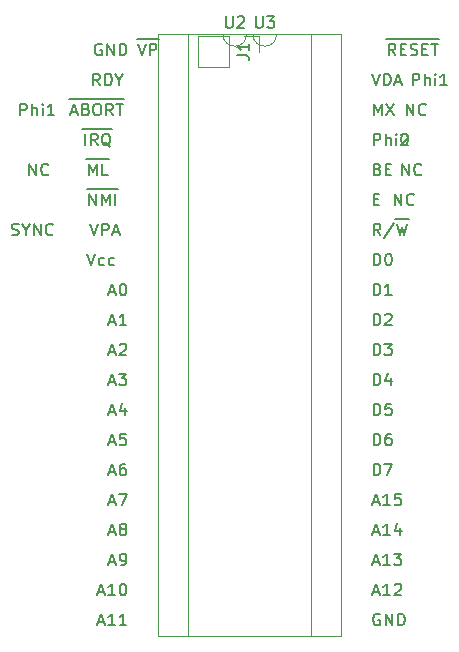
<source format=gbr>
G04 #@! TF.GenerationSoftware,KiCad,Pcbnew,(5.1.2)-1*
G04 #@! TF.CreationDate,2020-03-13T04:35:35-04:00*
G04 #@! TF.ProjectId,6502-65816,36353032-2d36-4353-9831-362e6b696361,rev?*
G04 #@! TF.SameCoordinates,Original*
G04 #@! TF.FileFunction,Legend,Top*
G04 #@! TF.FilePolarity,Positive*
%FSLAX46Y46*%
G04 Gerber Fmt 4.6, Leading zero omitted, Abs format (unit mm)*
G04 Created by KiCad (PCBNEW (5.1.2)-1) date 2020-03-13 04:35:35*
%MOMM*%
%LPD*%
G04 APERTURE LIST*
%ADD10C,0.120000*%
%ADD11C,0.150000*%
G04 APERTURE END LIST*
D10*
X87360000Y-49470000D02*
G75*
G02X85360000Y-49470000I-1000000J0D01*
G01*
X85360000Y-49470000D02*
X79900000Y-49470000D01*
X79900000Y-49470000D02*
X79900000Y-100390000D01*
X79900000Y-100390000D02*
X92820000Y-100390000D01*
X92820000Y-100390000D02*
X92820000Y-49470000D01*
X92820000Y-49470000D02*
X87360000Y-49470000D01*
X89900000Y-49470000D02*
G75*
G02X87900000Y-49470000I-1000000J0D01*
G01*
X87900000Y-49470000D02*
X82440000Y-49470000D01*
X82440000Y-49470000D02*
X82440000Y-100390000D01*
X82440000Y-100390000D02*
X95360000Y-100390000D01*
X95360000Y-100390000D02*
X95360000Y-49470000D01*
X95360000Y-49470000D02*
X89900000Y-49470000D01*
X83252000Y-49597000D02*
X83252000Y-52257000D01*
X85852000Y-49597000D02*
X83252000Y-49597000D01*
X85852000Y-52257000D02*
X83252000Y-52257000D01*
X85852000Y-49597000D02*
X85852000Y-52257000D01*
X87122000Y-49597000D02*
X88452000Y-49597000D01*
X88452000Y-49597000D02*
X88452000Y-50927000D01*
D11*
X85598095Y-47922380D02*
X85598095Y-48731904D01*
X85645714Y-48827142D01*
X85693333Y-48874761D01*
X85788571Y-48922380D01*
X85979047Y-48922380D01*
X86074285Y-48874761D01*
X86121904Y-48827142D01*
X86169523Y-48731904D01*
X86169523Y-47922380D01*
X86598095Y-48017619D02*
X86645714Y-47970000D01*
X86740952Y-47922380D01*
X86979047Y-47922380D01*
X87074285Y-47970000D01*
X87121904Y-48017619D01*
X87169523Y-48112857D01*
X87169523Y-48208095D01*
X87121904Y-48350952D01*
X86550476Y-48922380D01*
X87169523Y-48922380D01*
X75086785Y-50300000D02*
X74991547Y-50252380D01*
X74848690Y-50252380D01*
X74705833Y-50300000D01*
X74610595Y-50395238D01*
X74562976Y-50490476D01*
X74515357Y-50680952D01*
X74515357Y-50823809D01*
X74562976Y-51014285D01*
X74610595Y-51109523D01*
X74705833Y-51204761D01*
X74848690Y-51252380D01*
X74943928Y-51252380D01*
X75086785Y-51204761D01*
X75134404Y-51157142D01*
X75134404Y-50823809D01*
X74943928Y-50823809D01*
X75562976Y-51252380D02*
X75562976Y-50252380D01*
X76134404Y-51252380D01*
X76134404Y-50252380D01*
X76610595Y-51252380D02*
X76610595Y-50252380D01*
X76848690Y-50252380D01*
X76991547Y-50300000D01*
X77086785Y-50395238D01*
X77134404Y-50490476D01*
X77182023Y-50680952D01*
X77182023Y-50823809D01*
X77134404Y-51014285D01*
X77086785Y-51109523D01*
X76991547Y-51204761D01*
X76848690Y-51252380D01*
X76610595Y-51252380D01*
X74943880Y-53792380D02*
X74610547Y-53316190D01*
X74372452Y-53792380D02*
X74372452Y-52792380D01*
X74753404Y-52792380D01*
X74848642Y-52840000D01*
X74896261Y-52887619D01*
X74943880Y-52982857D01*
X74943880Y-53125714D01*
X74896261Y-53220952D01*
X74848642Y-53268571D01*
X74753404Y-53316190D01*
X74372452Y-53316190D01*
X75372452Y-53792380D02*
X75372452Y-52792380D01*
X75610547Y-52792380D01*
X75753404Y-52840000D01*
X75848642Y-52935238D01*
X75896261Y-53030476D01*
X75943880Y-53220952D01*
X75943880Y-53363809D01*
X75896261Y-53554285D01*
X75848642Y-53649523D01*
X75753404Y-53744761D01*
X75610547Y-53792380D01*
X75372452Y-53792380D01*
X76562928Y-53316190D02*
X76562928Y-53792380D01*
X76229595Y-52792380D02*
X76562928Y-53316190D01*
X76896261Y-52792380D01*
X68181261Y-56332380D02*
X68181261Y-55332380D01*
X68562214Y-55332380D01*
X68657452Y-55380000D01*
X68705071Y-55427619D01*
X68752690Y-55522857D01*
X68752690Y-55665714D01*
X68705071Y-55760952D01*
X68657452Y-55808571D01*
X68562214Y-55856190D01*
X68181261Y-55856190D01*
X69181261Y-56332380D02*
X69181261Y-55332380D01*
X69609833Y-56332380D02*
X69609833Y-55808571D01*
X69562214Y-55713333D01*
X69466976Y-55665714D01*
X69324119Y-55665714D01*
X69228880Y-55713333D01*
X69181261Y-55760952D01*
X70086023Y-56332380D02*
X70086023Y-55665714D01*
X70086023Y-55332380D02*
X70038404Y-55380000D01*
X70086023Y-55427619D01*
X70133642Y-55380000D01*
X70086023Y-55332380D01*
X70086023Y-55427619D01*
X71086023Y-56332380D02*
X70514595Y-56332380D01*
X70800309Y-56332380D02*
X70800309Y-55332380D01*
X70705071Y-55475238D01*
X70609833Y-55570476D01*
X70514595Y-55618095D01*
X73451690Y-57505000D02*
X73927880Y-57505000D01*
X73689785Y-58872380D02*
X73689785Y-57872380D01*
X73927880Y-57505000D02*
X74927880Y-57505000D01*
X74737404Y-58872380D02*
X74404071Y-58396190D01*
X74165976Y-58872380D02*
X74165976Y-57872380D01*
X74546928Y-57872380D01*
X74642166Y-57920000D01*
X74689785Y-57967619D01*
X74737404Y-58062857D01*
X74737404Y-58205714D01*
X74689785Y-58300952D01*
X74642166Y-58348571D01*
X74546928Y-58396190D01*
X74165976Y-58396190D01*
X74927880Y-57505000D02*
X75975500Y-57505000D01*
X75832642Y-58967619D02*
X75737404Y-58920000D01*
X75642166Y-58824761D01*
X75499309Y-58681904D01*
X75404071Y-58634285D01*
X75308833Y-58634285D01*
X75356452Y-58872380D02*
X75261214Y-58824761D01*
X75165976Y-58729523D01*
X75118357Y-58539047D01*
X75118357Y-58205714D01*
X75165976Y-58015238D01*
X75261214Y-57920000D01*
X75356452Y-57872380D01*
X75546928Y-57872380D01*
X75642166Y-57920000D01*
X75737404Y-58015238D01*
X75785023Y-58205714D01*
X75785023Y-58539047D01*
X75737404Y-58729523D01*
X75642166Y-58824761D01*
X75546928Y-58872380D01*
X75356452Y-58872380D01*
X68958976Y-61412380D02*
X68958976Y-60412380D01*
X69530404Y-61412380D01*
X69530404Y-60412380D01*
X70578023Y-61317142D02*
X70530404Y-61364761D01*
X70387547Y-61412380D01*
X70292309Y-61412380D01*
X70149452Y-61364761D01*
X70054214Y-61269523D01*
X70006595Y-61174285D01*
X69958976Y-60983809D01*
X69958976Y-60840952D01*
X70006595Y-60650476D01*
X70054214Y-60555238D01*
X70149452Y-60460000D01*
X70292309Y-60412380D01*
X70387547Y-60412380D01*
X70530404Y-60460000D01*
X70578023Y-60507619D01*
X73816833Y-62585000D02*
X74864452Y-62585000D01*
X74054928Y-63952380D02*
X74054928Y-62952380D01*
X74626357Y-63952380D01*
X74626357Y-62952380D01*
X74864452Y-62585000D02*
X76007309Y-62585000D01*
X75102547Y-63952380D02*
X75102547Y-62952380D01*
X75435880Y-63666666D01*
X75769214Y-62952380D01*
X75769214Y-63952380D01*
X76007309Y-62585000D02*
X76483500Y-62585000D01*
X76245404Y-63952380D02*
X76245404Y-62952380D01*
X67482833Y-66444761D02*
X67625690Y-66492380D01*
X67863785Y-66492380D01*
X67959023Y-66444761D01*
X68006642Y-66397142D01*
X68054261Y-66301904D01*
X68054261Y-66206666D01*
X68006642Y-66111428D01*
X67959023Y-66063809D01*
X67863785Y-66016190D01*
X67673309Y-65968571D01*
X67578071Y-65920952D01*
X67530452Y-65873333D01*
X67482833Y-65778095D01*
X67482833Y-65682857D01*
X67530452Y-65587619D01*
X67578071Y-65540000D01*
X67673309Y-65492380D01*
X67911404Y-65492380D01*
X68054261Y-65540000D01*
X68673309Y-66016190D02*
X68673309Y-66492380D01*
X68339976Y-65492380D02*
X68673309Y-66016190D01*
X69006642Y-65492380D01*
X69339976Y-66492380D02*
X69339976Y-65492380D01*
X69911404Y-66492380D01*
X69911404Y-65492380D01*
X70959023Y-66397142D02*
X70911404Y-66444761D01*
X70768547Y-66492380D01*
X70673309Y-66492380D01*
X70530452Y-66444761D01*
X70435214Y-66349523D01*
X70387595Y-66254285D01*
X70339976Y-66063809D01*
X70339976Y-65920952D01*
X70387595Y-65730476D01*
X70435214Y-65635238D01*
X70530452Y-65540000D01*
X70673309Y-65492380D01*
X70768547Y-65492380D01*
X70911404Y-65540000D01*
X70959023Y-65587619D01*
X73880309Y-68032380D02*
X74213642Y-69032380D01*
X74546976Y-68032380D01*
X75308880Y-68984761D02*
X75213642Y-69032380D01*
X75023166Y-69032380D01*
X74927928Y-68984761D01*
X74880309Y-68937142D01*
X74832690Y-68841904D01*
X74832690Y-68556190D01*
X74880309Y-68460952D01*
X74927928Y-68413333D01*
X75023166Y-68365714D01*
X75213642Y-68365714D01*
X75308880Y-68413333D01*
X76166023Y-68984761D02*
X76070785Y-69032380D01*
X75880309Y-69032380D01*
X75785071Y-68984761D01*
X75737452Y-68937142D01*
X75689833Y-68841904D01*
X75689833Y-68556190D01*
X75737452Y-68460952D01*
X75785071Y-68413333D01*
X75880309Y-68365714D01*
X76070785Y-68365714D01*
X76166023Y-68413333D01*
X75753452Y-71286666D02*
X76229642Y-71286666D01*
X75658214Y-71572380D02*
X75991547Y-70572380D01*
X76324880Y-71572380D01*
X76848690Y-70572380D02*
X76943928Y-70572380D01*
X77039166Y-70620000D01*
X77086785Y-70667619D01*
X77134404Y-70762857D01*
X77182023Y-70953333D01*
X77182023Y-71191428D01*
X77134404Y-71381904D01*
X77086785Y-71477142D01*
X77039166Y-71524761D01*
X76943928Y-71572380D01*
X76848690Y-71572380D01*
X76753452Y-71524761D01*
X76705833Y-71477142D01*
X76658214Y-71381904D01*
X76610595Y-71191428D01*
X76610595Y-70953333D01*
X76658214Y-70762857D01*
X76705833Y-70667619D01*
X76753452Y-70620000D01*
X76848690Y-70572380D01*
X75753452Y-73826666D02*
X76229642Y-73826666D01*
X75658214Y-74112380D02*
X75991547Y-73112380D01*
X76324880Y-74112380D01*
X77182023Y-74112380D02*
X76610595Y-74112380D01*
X76896309Y-74112380D02*
X76896309Y-73112380D01*
X76801071Y-73255238D01*
X76705833Y-73350476D01*
X76610595Y-73398095D01*
X75753452Y-76366666D02*
X76229642Y-76366666D01*
X75658214Y-76652380D02*
X75991547Y-75652380D01*
X76324880Y-76652380D01*
X76610595Y-75747619D02*
X76658214Y-75700000D01*
X76753452Y-75652380D01*
X76991547Y-75652380D01*
X77086785Y-75700000D01*
X77134404Y-75747619D01*
X77182023Y-75842857D01*
X77182023Y-75938095D01*
X77134404Y-76080952D01*
X76562976Y-76652380D01*
X77182023Y-76652380D01*
X75753452Y-78906666D02*
X76229642Y-78906666D01*
X75658214Y-79192380D02*
X75991547Y-78192380D01*
X76324880Y-79192380D01*
X76562976Y-78192380D02*
X77182023Y-78192380D01*
X76848690Y-78573333D01*
X76991547Y-78573333D01*
X77086785Y-78620952D01*
X77134404Y-78668571D01*
X77182023Y-78763809D01*
X77182023Y-79001904D01*
X77134404Y-79097142D01*
X77086785Y-79144761D01*
X76991547Y-79192380D01*
X76705833Y-79192380D01*
X76610595Y-79144761D01*
X76562976Y-79097142D01*
X75753452Y-81446666D02*
X76229642Y-81446666D01*
X75658214Y-81732380D02*
X75991547Y-80732380D01*
X76324880Y-81732380D01*
X77086785Y-81065714D02*
X77086785Y-81732380D01*
X76848690Y-80684761D02*
X76610595Y-81399047D01*
X77229642Y-81399047D01*
X75753452Y-83986666D02*
X76229642Y-83986666D01*
X75658214Y-84272380D02*
X75991547Y-83272380D01*
X76324880Y-84272380D01*
X77134404Y-83272380D02*
X76658214Y-83272380D01*
X76610595Y-83748571D01*
X76658214Y-83700952D01*
X76753452Y-83653333D01*
X76991547Y-83653333D01*
X77086785Y-83700952D01*
X77134404Y-83748571D01*
X77182023Y-83843809D01*
X77182023Y-84081904D01*
X77134404Y-84177142D01*
X77086785Y-84224761D01*
X76991547Y-84272380D01*
X76753452Y-84272380D01*
X76658214Y-84224761D01*
X76610595Y-84177142D01*
X75753452Y-86526666D02*
X76229642Y-86526666D01*
X75658214Y-86812380D02*
X75991547Y-85812380D01*
X76324880Y-86812380D01*
X77086785Y-85812380D02*
X76896309Y-85812380D01*
X76801071Y-85860000D01*
X76753452Y-85907619D01*
X76658214Y-86050476D01*
X76610595Y-86240952D01*
X76610595Y-86621904D01*
X76658214Y-86717142D01*
X76705833Y-86764761D01*
X76801071Y-86812380D01*
X76991547Y-86812380D01*
X77086785Y-86764761D01*
X77134404Y-86717142D01*
X77182023Y-86621904D01*
X77182023Y-86383809D01*
X77134404Y-86288571D01*
X77086785Y-86240952D01*
X76991547Y-86193333D01*
X76801071Y-86193333D01*
X76705833Y-86240952D01*
X76658214Y-86288571D01*
X76610595Y-86383809D01*
X75753452Y-89066666D02*
X76229642Y-89066666D01*
X75658214Y-89352380D02*
X75991547Y-88352380D01*
X76324880Y-89352380D01*
X76562976Y-88352380D02*
X77229642Y-88352380D01*
X76801071Y-89352380D01*
X75753452Y-91606666D02*
X76229642Y-91606666D01*
X75658214Y-91892380D02*
X75991547Y-90892380D01*
X76324880Y-91892380D01*
X76801071Y-91320952D02*
X76705833Y-91273333D01*
X76658214Y-91225714D01*
X76610595Y-91130476D01*
X76610595Y-91082857D01*
X76658214Y-90987619D01*
X76705833Y-90940000D01*
X76801071Y-90892380D01*
X76991547Y-90892380D01*
X77086785Y-90940000D01*
X77134404Y-90987619D01*
X77182023Y-91082857D01*
X77182023Y-91130476D01*
X77134404Y-91225714D01*
X77086785Y-91273333D01*
X76991547Y-91320952D01*
X76801071Y-91320952D01*
X76705833Y-91368571D01*
X76658214Y-91416190D01*
X76610595Y-91511428D01*
X76610595Y-91701904D01*
X76658214Y-91797142D01*
X76705833Y-91844761D01*
X76801071Y-91892380D01*
X76991547Y-91892380D01*
X77086785Y-91844761D01*
X77134404Y-91797142D01*
X77182023Y-91701904D01*
X77182023Y-91511428D01*
X77134404Y-91416190D01*
X77086785Y-91368571D01*
X76991547Y-91320952D01*
X75753452Y-94146666D02*
X76229642Y-94146666D01*
X75658214Y-94432380D02*
X75991547Y-93432380D01*
X76324880Y-94432380D01*
X76705833Y-94432380D02*
X76896309Y-94432380D01*
X76991547Y-94384761D01*
X77039166Y-94337142D01*
X77134404Y-94194285D01*
X77182023Y-94003809D01*
X77182023Y-93622857D01*
X77134404Y-93527619D01*
X77086785Y-93480000D01*
X76991547Y-93432380D01*
X76801071Y-93432380D01*
X76705833Y-93480000D01*
X76658214Y-93527619D01*
X76610595Y-93622857D01*
X76610595Y-93860952D01*
X76658214Y-93956190D01*
X76705833Y-94003809D01*
X76801071Y-94051428D01*
X76991547Y-94051428D01*
X77086785Y-94003809D01*
X77134404Y-93956190D01*
X77182023Y-93860952D01*
X74801071Y-96686666D02*
X75277261Y-96686666D01*
X74705833Y-96972380D02*
X75039166Y-95972380D01*
X75372500Y-96972380D01*
X76229642Y-96972380D02*
X75658214Y-96972380D01*
X75943928Y-96972380D02*
X75943928Y-95972380D01*
X75848690Y-96115238D01*
X75753452Y-96210476D01*
X75658214Y-96258095D01*
X76848690Y-95972380D02*
X76943928Y-95972380D01*
X77039166Y-96020000D01*
X77086785Y-96067619D01*
X77134404Y-96162857D01*
X77182023Y-96353333D01*
X77182023Y-96591428D01*
X77134404Y-96781904D01*
X77086785Y-96877142D01*
X77039166Y-96924761D01*
X76943928Y-96972380D01*
X76848690Y-96972380D01*
X76753452Y-96924761D01*
X76705833Y-96877142D01*
X76658214Y-96781904D01*
X76610595Y-96591428D01*
X76610595Y-96353333D01*
X76658214Y-96162857D01*
X76705833Y-96067619D01*
X76753452Y-96020000D01*
X76848690Y-95972380D01*
X74801071Y-99226666D02*
X75277261Y-99226666D01*
X74705833Y-99512380D02*
X75039166Y-98512380D01*
X75372500Y-99512380D01*
X76229642Y-99512380D02*
X75658214Y-99512380D01*
X75943928Y-99512380D02*
X75943928Y-98512380D01*
X75848690Y-98655238D01*
X75753452Y-98750476D01*
X75658214Y-98798095D01*
X77182023Y-99512380D02*
X76610595Y-99512380D01*
X76896309Y-99512380D02*
X76896309Y-98512380D01*
X76801071Y-98655238D01*
X76705833Y-98750476D01*
X76610595Y-98798095D01*
X98649404Y-98560000D02*
X98554166Y-98512380D01*
X98411309Y-98512380D01*
X98268452Y-98560000D01*
X98173214Y-98655238D01*
X98125595Y-98750476D01*
X98077976Y-98940952D01*
X98077976Y-99083809D01*
X98125595Y-99274285D01*
X98173214Y-99369523D01*
X98268452Y-99464761D01*
X98411309Y-99512380D01*
X98506547Y-99512380D01*
X98649404Y-99464761D01*
X98697023Y-99417142D01*
X98697023Y-99083809D01*
X98506547Y-99083809D01*
X99125595Y-99512380D02*
X99125595Y-98512380D01*
X99697023Y-99512380D01*
X99697023Y-98512380D01*
X100173214Y-99512380D02*
X100173214Y-98512380D01*
X100411309Y-98512380D01*
X100554166Y-98560000D01*
X100649404Y-98655238D01*
X100697023Y-98750476D01*
X100744642Y-98940952D01*
X100744642Y-99083809D01*
X100697023Y-99274285D01*
X100649404Y-99369523D01*
X100554166Y-99464761D01*
X100411309Y-99512380D01*
X100173214Y-99512380D01*
X98077976Y-96686666D02*
X98554166Y-96686666D01*
X97982738Y-96972380D02*
X98316071Y-95972380D01*
X98649404Y-96972380D01*
X99506547Y-96972380D02*
X98935119Y-96972380D01*
X99220833Y-96972380D02*
X99220833Y-95972380D01*
X99125595Y-96115238D01*
X99030357Y-96210476D01*
X98935119Y-96258095D01*
X99887500Y-96067619D02*
X99935119Y-96020000D01*
X100030357Y-95972380D01*
X100268452Y-95972380D01*
X100363690Y-96020000D01*
X100411309Y-96067619D01*
X100458928Y-96162857D01*
X100458928Y-96258095D01*
X100411309Y-96400952D01*
X99839880Y-96972380D01*
X100458928Y-96972380D01*
X98077976Y-94146666D02*
X98554166Y-94146666D01*
X97982738Y-94432380D02*
X98316071Y-93432380D01*
X98649404Y-94432380D01*
X99506547Y-94432380D02*
X98935119Y-94432380D01*
X99220833Y-94432380D02*
X99220833Y-93432380D01*
X99125595Y-93575238D01*
X99030357Y-93670476D01*
X98935119Y-93718095D01*
X99839880Y-93432380D02*
X100458928Y-93432380D01*
X100125595Y-93813333D01*
X100268452Y-93813333D01*
X100363690Y-93860952D01*
X100411309Y-93908571D01*
X100458928Y-94003809D01*
X100458928Y-94241904D01*
X100411309Y-94337142D01*
X100363690Y-94384761D01*
X100268452Y-94432380D01*
X99982738Y-94432380D01*
X99887500Y-94384761D01*
X99839880Y-94337142D01*
X98077976Y-91606666D02*
X98554166Y-91606666D01*
X97982738Y-91892380D02*
X98316071Y-90892380D01*
X98649404Y-91892380D01*
X99506547Y-91892380D02*
X98935119Y-91892380D01*
X99220833Y-91892380D02*
X99220833Y-90892380D01*
X99125595Y-91035238D01*
X99030357Y-91130476D01*
X98935119Y-91178095D01*
X100363690Y-91225714D02*
X100363690Y-91892380D01*
X100125595Y-90844761D02*
X99887500Y-91559047D01*
X100506547Y-91559047D01*
X98077976Y-89066666D02*
X98554166Y-89066666D01*
X97982738Y-89352380D02*
X98316071Y-88352380D01*
X98649404Y-89352380D01*
X99506547Y-89352380D02*
X98935119Y-89352380D01*
X99220833Y-89352380D02*
X99220833Y-88352380D01*
X99125595Y-88495238D01*
X99030357Y-88590476D01*
X98935119Y-88638095D01*
X100411309Y-88352380D02*
X99935119Y-88352380D01*
X99887500Y-88828571D01*
X99935119Y-88780952D01*
X100030357Y-88733333D01*
X100268452Y-88733333D01*
X100363690Y-88780952D01*
X100411309Y-88828571D01*
X100458928Y-88923809D01*
X100458928Y-89161904D01*
X100411309Y-89257142D01*
X100363690Y-89304761D01*
X100268452Y-89352380D01*
X100030357Y-89352380D01*
X99935119Y-89304761D01*
X99887500Y-89257142D01*
X98125595Y-86812380D02*
X98125595Y-85812380D01*
X98363690Y-85812380D01*
X98506547Y-85860000D01*
X98601785Y-85955238D01*
X98649404Y-86050476D01*
X98697023Y-86240952D01*
X98697023Y-86383809D01*
X98649404Y-86574285D01*
X98601785Y-86669523D01*
X98506547Y-86764761D01*
X98363690Y-86812380D01*
X98125595Y-86812380D01*
X99030357Y-85812380D02*
X99697023Y-85812380D01*
X99268452Y-86812380D01*
X98125595Y-84272380D02*
X98125595Y-83272380D01*
X98363690Y-83272380D01*
X98506547Y-83320000D01*
X98601785Y-83415238D01*
X98649404Y-83510476D01*
X98697023Y-83700952D01*
X98697023Y-83843809D01*
X98649404Y-84034285D01*
X98601785Y-84129523D01*
X98506547Y-84224761D01*
X98363690Y-84272380D01*
X98125595Y-84272380D01*
X99554166Y-83272380D02*
X99363690Y-83272380D01*
X99268452Y-83320000D01*
X99220833Y-83367619D01*
X99125595Y-83510476D01*
X99077976Y-83700952D01*
X99077976Y-84081904D01*
X99125595Y-84177142D01*
X99173214Y-84224761D01*
X99268452Y-84272380D01*
X99458928Y-84272380D01*
X99554166Y-84224761D01*
X99601785Y-84177142D01*
X99649404Y-84081904D01*
X99649404Y-83843809D01*
X99601785Y-83748571D01*
X99554166Y-83700952D01*
X99458928Y-83653333D01*
X99268452Y-83653333D01*
X99173214Y-83700952D01*
X99125595Y-83748571D01*
X99077976Y-83843809D01*
X98125595Y-81732380D02*
X98125595Y-80732380D01*
X98363690Y-80732380D01*
X98506547Y-80780000D01*
X98601785Y-80875238D01*
X98649404Y-80970476D01*
X98697023Y-81160952D01*
X98697023Y-81303809D01*
X98649404Y-81494285D01*
X98601785Y-81589523D01*
X98506547Y-81684761D01*
X98363690Y-81732380D01*
X98125595Y-81732380D01*
X99601785Y-80732380D02*
X99125595Y-80732380D01*
X99077976Y-81208571D01*
X99125595Y-81160952D01*
X99220833Y-81113333D01*
X99458928Y-81113333D01*
X99554166Y-81160952D01*
X99601785Y-81208571D01*
X99649404Y-81303809D01*
X99649404Y-81541904D01*
X99601785Y-81637142D01*
X99554166Y-81684761D01*
X99458928Y-81732380D01*
X99220833Y-81732380D01*
X99125595Y-81684761D01*
X99077976Y-81637142D01*
X98125595Y-79192380D02*
X98125595Y-78192380D01*
X98363690Y-78192380D01*
X98506547Y-78240000D01*
X98601785Y-78335238D01*
X98649404Y-78430476D01*
X98697023Y-78620952D01*
X98697023Y-78763809D01*
X98649404Y-78954285D01*
X98601785Y-79049523D01*
X98506547Y-79144761D01*
X98363690Y-79192380D01*
X98125595Y-79192380D01*
X99554166Y-78525714D02*
X99554166Y-79192380D01*
X99316071Y-78144761D02*
X99077976Y-78859047D01*
X99697023Y-78859047D01*
X98125595Y-76652380D02*
X98125595Y-75652380D01*
X98363690Y-75652380D01*
X98506547Y-75700000D01*
X98601785Y-75795238D01*
X98649404Y-75890476D01*
X98697023Y-76080952D01*
X98697023Y-76223809D01*
X98649404Y-76414285D01*
X98601785Y-76509523D01*
X98506547Y-76604761D01*
X98363690Y-76652380D01*
X98125595Y-76652380D01*
X99030357Y-75652380D02*
X99649404Y-75652380D01*
X99316071Y-76033333D01*
X99458928Y-76033333D01*
X99554166Y-76080952D01*
X99601785Y-76128571D01*
X99649404Y-76223809D01*
X99649404Y-76461904D01*
X99601785Y-76557142D01*
X99554166Y-76604761D01*
X99458928Y-76652380D01*
X99173214Y-76652380D01*
X99077976Y-76604761D01*
X99030357Y-76557142D01*
X98125595Y-74112380D02*
X98125595Y-73112380D01*
X98363690Y-73112380D01*
X98506547Y-73160000D01*
X98601785Y-73255238D01*
X98649404Y-73350476D01*
X98697023Y-73540952D01*
X98697023Y-73683809D01*
X98649404Y-73874285D01*
X98601785Y-73969523D01*
X98506547Y-74064761D01*
X98363690Y-74112380D01*
X98125595Y-74112380D01*
X99077976Y-73207619D02*
X99125595Y-73160000D01*
X99220833Y-73112380D01*
X99458928Y-73112380D01*
X99554166Y-73160000D01*
X99601785Y-73207619D01*
X99649404Y-73302857D01*
X99649404Y-73398095D01*
X99601785Y-73540952D01*
X99030357Y-74112380D01*
X99649404Y-74112380D01*
X98125595Y-71572380D02*
X98125595Y-70572380D01*
X98363690Y-70572380D01*
X98506547Y-70620000D01*
X98601785Y-70715238D01*
X98649404Y-70810476D01*
X98697023Y-71000952D01*
X98697023Y-71143809D01*
X98649404Y-71334285D01*
X98601785Y-71429523D01*
X98506547Y-71524761D01*
X98363690Y-71572380D01*
X98125595Y-71572380D01*
X99649404Y-71572380D02*
X99077976Y-71572380D01*
X99363690Y-71572380D02*
X99363690Y-70572380D01*
X99268452Y-70715238D01*
X99173214Y-70810476D01*
X99077976Y-70858095D01*
X98125595Y-69032380D02*
X98125595Y-68032380D01*
X98363690Y-68032380D01*
X98506547Y-68080000D01*
X98601785Y-68175238D01*
X98649404Y-68270476D01*
X98697023Y-68460952D01*
X98697023Y-68603809D01*
X98649404Y-68794285D01*
X98601785Y-68889523D01*
X98506547Y-68984761D01*
X98363690Y-69032380D01*
X98125595Y-69032380D01*
X99316071Y-68032380D02*
X99411309Y-68032380D01*
X99506547Y-68080000D01*
X99554166Y-68127619D01*
X99601785Y-68222857D01*
X99649404Y-68413333D01*
X99649404Y-68651428D01*
X99601785Y-68841904D01*
X99554166Y-68937142D01*
X99506547Y-68984761D01*
X99411309Y-69032380D01*
X99316071Y-69032380D01*
X99220833Y-68984761D01*
X99173214Y-68937142D01*
X99125595Y-68841904D01*
X99077976Y-68651428D01*
X99077976Y-68413333D01*
X99125595Y-68222857D01*
X99173214Y-68127619D01*
X99220833Y-68080000D01*
X99316071Y-68032380D01*
X98697023Y-66492380D02*
X98363690Y-66016190D01*
X98125595Y-66492380D02*
X98125595Y-65492380D01*
X98506547Y-65492380D01*
X98601785Y-65540000D01*
X98649404Y-65587619D01*
X98697023Y-65682857D01*
X98697023Y-65825714D01*
X98649404Y-65920952D01*
X98601785Y-65968571D01*
X98506547Y-66016190D01*
X98125595Y-66016190D01*
X99839880Y-65444761D02*
X98982738Y-66730476D01*
X99935119Y-65125000D02*
X101077976Y-65125000D01*
X100077976Y-65492380D02*
X100316071Y-66492380D01*
X100506547Y-65778095D01*
X100697023Y-66492380D01*
X100935119Y-65492380D01*
X99903595Y-63952380D02*
X99903595Y-62952380D01*
X100475023Y-63952380D01*
X100475023Y-62952380D01*
X101522642Y-63857142D02*
X101475023Y-63904761D01*
X101332166Y-63952380D01*
X101236928Y-63952380D01*
X101094071Y-63904761D01*
X100998833Y-63809523D01*
X100951214Y-63714285D01*
X100903595Y-63523809D01*
X100903595Y-63380952D01*
X100951214Y-63190476D01*
X100998833Y-63095238D01*
X101094071Y-63000000D01*
X101236928Y-62952380D01*
X101332166Y-62952380D01*
X101475023Y-63000000D01*
X101522642Y-63047619D01*
X100538595Y-61412380D02*
X100538595Y-60412380D01*
X101110023Y-61412380D01*
X101110023Y-60412380D01*
X102157642Y-61317142D02*
X102110023Y-61364761D01*
X101967166Y-61412380D01*
X101871928Y-61412380D01*
X101729071Y-61364761D01*
X101633833Y-61269523D01*
X101586214Y-61174285D01*
X101538595Y-60983809D01*
X101538595Y-60840952D01*
X101586214Y-60650476D01*
X101633833Y-60555238D01*
X101729071Y-60460000D01*
X101871928Y-60412380D01*
X101967166Y-60412380D01*
X102110023Y-60460000D01*
X102157642Y-60507619D01*
X98125595Y-58872380D02*
X98125595Y-57872380D01*
X98506547Y-57872380D01*
X98601785Y-57920000D01*
X98649404Y-57967619D01*
X98697023Y-58062857D01*
X98697023Y-58205714D01*
X98649404Y-58300952D01*
X98601785Y-58348571D01*
X98506547Y-58396190D01*
X98125595Y-58396190D01*
X99125595Y-58872380D02*
X99125595Y-57872380D01*
X99554166Y-58872380D02*
X99554166Y-58348571D01*
X99506547Y-58253333D01*
X99411309Y-58205714D01*
X99268452Y-58205714D01*
X99173214Y-58253333D01*
X99125595Y-58300952D01*
X100030357Y-58872380D02*
X100030357Y-58205714D01*
X100030357Y-57872380D02*
X99982738Y-57920000D01*
X100030357Y-57967619D01*
X100077976Y-57920000D01*
X100030357Y-57872380D01*
X100030357Y-57967619D01*
X100697023Y-57872380D02*
X100792261Y-57872380D01*
X100887500Y-57920000D01*
X100935119Y-57967619D01*
X100982738Y-58062857D01*
X101030357Y-58253333D01*
X101030357Y-58491428D01*
X100982738Y-58681904D01*
X100935119Y-58777142D01*
X100887500Y-58824761D01*
X100792261Y-58872380D01*
X100697023Y-58872380D01*
X100601785Y-58824761D01*
X100554166Y-58777142D01*
X100506547Y-58681904D01*
X100458928Y-58491428D01*
X100458928Y-58253333D01*
X100506547Y-58062857D01*
X100554166Y-57967619D01*
X100601785Y-57920000D01*
X100697023Y-57872380D01*
X101427595Y-53792380D02*
X101427595Y-52792380D01*
X101808547Y-52792380D01*
X101903785Y-52840000D01*
X101951404Y-52887619D01*
X101999023Y-52982857D01*
X101999023Y-53125714D01*
X101951404Y-53220952D01*
X101903785Y-53268571D01*
X101808547Y-53316190D01*
X101427595Y-53316190D01*
X102427595Y-53792380D02*
X102427595Y-52792380D01*
X102856166Y-53792380D02*
X102856166Y-53268571D01*
X102808547Y-53173333D01*
X102713309Y-53125714D01*
X102570452Y-53125714D01*
X102475214Y-53173333D01*
X102427595Y-53220952D01*
X103332357Y-53792380D02*
X103332357Y-53125714D01*
X103332357Y-52792380D02*
X103284738Y-52840000D01*
X103332357Y-52887619D01*
X103379976Y-52840000D01*
X103332357Y-52792380D01*
X103332357Y-52887619D01*
X104332357Y-53792380D02*
X103760928Y-53792380D01*
X104046642Y-53792380D02*
X104046642Y-52792380D01*
X103951404Y-52935238D01*
X103856166Y-53030476D01*
X103760928Y-53078095D01*
X99157500Y-49885000D02*
X100157500Y-49885000D01*
X99967023Y-51252380D02*
X99633690Y-50776190D01*
X99395595Y-51252380D02*
X99395595Y-50252380D01*
X99776547Y-50252380D01*
X99871785Y-50300000D01*
X99919404Y-50347619D01*
X99967023Y-50442857D01*
X99967023Y-50585714D01*
X99919404Y-50680952D01*
X99871785Y-50728571D01*
X99776547Y-50776190D01*
X99395595Y-50776190D01*
X100157500Y-49885000D02*
X101062261Y-49885000D01*
X100395595Y-50728571D02*
X100728928Y-50728571D01*
X100871785Y-51252380D02*
X100395595Y-51252380D01*
X100395595Y-50252380D01*
X100871785Y-50252380D01*
X101062261Y-49885000D02*
X102014642Y-49885000D01*
X101252738Y-51204761D02*
X101395595Y-51252380D01*
X101633690Y-51252380D01*
X101728928Y-51204761D01*
X101776547Y-51157142D01*
X101824166Y-51061904D01*
X101824166Y-50966666D01*
X101776547Y-50871428D01*
X101728928Y-50823809D01*
X101633690Y-50776190D01*
X101443214Y-50728571D01*
X101347976Y-50680952D01*
X101300357Y-50633333D01*
X101252738Y-50538095D01*
X101252738Y-50442857D01*
X101300357Y-50347619D01*
X101347976Y-50300000D01*
X101443214Y-50252380D01*
X101681309Y-50252380D01*
X101824166Y-50300000D01*
X102014642Y-49885000D02*
X102919404Y-49885000D01*
X102252738Y-50728571D02*
X102586071Y-50728571D01*
X102728928Y-51252380D02*
X102252738Y-51252380D01*
X102252738Y-50252380D01*
X102728928Y-50252380D01*
X102919404Y-49885000D02*
X103681309Y-49885000D01*
X103014642Y-50252380D02*
X103586071Y-50252380D01*
X103300357Y-51252380D02*
X103300357Y-50252380D01*
X100919595Y-56332380D02*
X100919595Y-55332380D01*
X101491023Y-56332380D01*
X101491023Y-55332380D01*
X102538642Y-56237142D02*
X102491023Y-56284761D01*
X102348166Y-56332380D01*
X102252928Y-56332380D01*
X102110071Y-56284761D01*
X102014833Y-56189523D01*
X101967214Y-56094285D01*
X101919595Y-55903809D01*
X101919595Y-55760952D01*
X101967214Y-55570476D01*
X102014833Y-55475238D01*
X102110071Y-55380000D01*
X102252928Y-55332380D01*
X102348166Y-55332380D01*
X102491023Y-55380000D01*
X102538642Y-55427619D01*
X88138095Y-47922380D02*
X88138095Y-48731904D01*
X88185714Y-48827142D01*
X88233333Y-48874761D01*
X88328571Y-48922380D01*
X88519047Y-48922380D01*
X88614285Y-48874761D01*
X88661904Y-48827142D01*
X88709523Y-48731904D01*
X88709523Y-47922380D01*
X89090476Y-47922380D02*
X89709523Y-47922380D01*
X89376190Y-48303333D01*
X89519047Y-48303333D01*
X89614285Y-48350952D01*
X89661904Y-48398571D01*
X89709523Y-48493809D01*
X89709523Y-48731904D01*
X89661904Y-48827142D01*
X89614285Y-48874761D01*
X89519047Y-48922380D01*
X89233333Y-48922380D01*
X89138095Y-48874761D01*
X89090476Y-48827142D01*
X78055357Y-49885000D02*
X78912500Y-49885000D01*
X78150595Y-50252380D02*
X78483928Y-51252380D01*
X78817261Y-50252380D01*
X78912500Y-49885000D02*
X79912500Y-49885000D01*
X79150595Y-51252380D02*
X79150595Y-50252380D01*
X79531547Y-50252380D01*
X79626785Y-50300000D01*
X79674404Y-50347619D01*
X79722023Y-50442857D01*
X79722023Y-50585714D01*
X79674404Y-50680952D01*
X79626785Y-50728571D01*
X79531547Y-50776190D01*
X79150595Y-50776190D01*
X74943880Y-53792380D02*
X74610547Y-53316190D01*
X74372452Y-53792380D02*
X74372452Y-52792380D01*
X74753404Y-52792380D01*
X74848642Y-52840000D01*
X74896261Y-52887619D01*
X74943880Y-52982857D01*
X74943880Y-53125714D01*
X74896261Y-53220952D01*
X74848642Y-53268571D01*
X74753404Y-53316190D01*
X74372452Y-53316190D01*
X75372452Y-53792380D02*
X75372452Y-52792380D01*
X75610547Y-52792380D01*
X75753404Y-52840000D01*
X75848642Y-52935238D01*
X75896261Y-53030476D01*
X75943880Y-53220952D01*
X75943880Y-53363809D01*
X75896261Y-53554285D01*
X75848642Y-53649523D01*
X75753404Y-53744761D01*
X75610547Y-53792380D01*
X75372452Y-53792380D01*
X76562928Y-53316190D02*
X76562928Y-53792380D01*
X76229595Y-52792380D02*
X76562928Y-53316190D01*
X76896261Y-52792380D01*
X72324833Y-54965000D02*
X73181976Y-54965000D01*
X72515309Y-56046666D02*
X72991500Y-56046666D01*
X72420071Y-56332380D02*
X72753404Y-55332380D01*
X73086738Y-56332380D01*
X73181976Y-54965000D02*
X74181976Y-54965000D01*
X73753404Y-55808571D02*
X73896261Y-55856190D01*
X73943880Y-55903809D01*
X73991500Y-55999047D01*
X73991500Y-56141904D01*
X73943880Y-56237142D01*
X73896261Y-56284761D01*
X73801023Y-56332380D01*
X73420071Y-56332380D01*
X73420071Y-55332380D01*
X73753404Y-55332380D01*
X73848642Y-55380000D01*
X73896261Y-55427619D01*
X73943880Y-55522857D01*
X73943880Y-55618095D01*
X73896261Y-55713333D01*
X73848642Y-55760952D01*
X73753404Y-55808571D01*
X73420071Y-55808571D01*
X74181976Y-54965000D02*
X75229595Y-54965000D01*
X74610547Y-55332380D02*
X74801023Y-55332380D01*
X74896261Y-55380000D01*
X74991500Y-55475238D01*
X75039119Y-55665714D01*
X75039119Y-55999047D01*
X74991500Y-56189523D01*
X74896261Y-56284761D01*
X74801023Y-56332380D01*
X74610547Y-56332380D01*
X74515309Y-56284761D01*
X74420071Y-56189523D01*
X74372452Y-55999047D01*
X74372452Y-55665714D01*
X74420071Y-55475238D01*
X74515309Y-55380000D01*
X74610547Y-55332380D01*
X75229595Y-54965000D02*
X76229595Y-54965000D01*
X76039119Y-56332380D02*
X75705785Y-55856190D01*
X75467690Y-56332380D02*
X75467690Y-55332380D01*
X75848642Y-55332380D01*
X75943880Y-55380000D01*
X75991500Y-55427619D01*
X76039119Y-55522857D01*
X76039119Y-55665714D01*
X75991500Y-55760952D01*
X75943880Y-55808571D01*
X75848642Y-55856190D01*
X75467690Y-55856190D01*
X76229595Y-54965000D02*
X76991500Y-54965000D01*
X76324833Y-55332380D02*
X76896261Y-55332380D01*
X76610547Y-56332380D02*
X76610547Y-55332380D01*
X73451690Y-57505000D02*
X73927880Y-57505000D01*
X73689785Y-58872380D02*
X73689785Y-57872380D01*
X73927880Y-57505000D02*
X74927880Y-57505000D01*
X74737404Y-58872380D02*
X74404071Y-58396190D01*
X74165976Y-58872380D02*
X74165976Y-57872380D01*
X74546928Y-57872380D01*
X74642166Y-57920000D01*
X74689785Y-57967619D01*
X74737404Y-58062857D01*
X74737404Y-58205714D01*
X74689785Y-58300952D01*
X74642166Y-58348571D01*
X74546928Y-58396190D01*
X74165976Y-58396190D01*
X74927880Y-57505000D02*
X75975500Y-57505000D01*
X75832642Y-58967619D02*
X75737404Y-58920000D01*
X75642166Y-58824761D01*
X75499309Y-58681904D01*
X75404071Y-58634285D01*
X75308833Y-58634285D01*
X75356452Y-58872380D02*
X75261214Y-58824761D01*
X75165976Y-58729523D01*
X75118357Y-58539047D01*
X75118357Y-58205714D01*
X75165976Y-58015238D01*
X75261214Y-57920000D01*
X75356452Y-57872380D01*
X75546928Y-57872380D01*
X75642166Y-57920000D01*
X75737404Y-58015238D01*
X75785023Y-58205714D01*
X75785023Y-58539047D01*
X75737404Y-58729523D01*
X75642166Y-58824761D01*
X75546928Y-58872380D01*
X75356452Y-58872380D01*
X73769119Y-60045000D02*
X74911976Y-60045000D01*
X74007214Y-61412380D02*
X74007214Y-60412380D01*
X74340547Y-61126666D01*
X74673880Y-60412380D01*
X74673880Y-61412380D01*
X74911976Y-60045000D02*
X75721500Y-60045000D01*
X75626261Y-61412380D02*
X75150071Y-61412380D01*
X75150071Y-60412380D01*
X73816833Y-62585000D02*
X74864452Y-62585000D01*
X74054928Y-63952380D02*
X74054928Y-62952380D01*
X74626357Y-63952380D01*
X74626357Y-62952380D01*
X74864452Y-62585000D02*
X76007309Y-62585000D01*
X75102547Y-63952380D02*
X75102547Y-62952380D01*
X75435880Y-63666666D01*
X75769214Y-62952380D01*
X75769214Y-63952380D01*
X76007309Y-62585000D02*
X76483500Y-62585000D01*
X76245404Y-63952380D02*
X76245404Y-62952380D01*
X74118452Y-65492380D02*
X74451785Y-66492380D01*
X74785119Y-65492380D01*
X75118452Y-66492380D02*
X75118452Y-65492380D01*
X75499404Y-65492380D01*
X75594642Y-65540000D01*
X75642261Y-65587619D01*
X75689880Y-65682857D01*
X75689880Y-65825714D01*
X75642261Y-65920952D01*
X75594642Y-65968571D01*
X75499404Y-66016190D01*
X75118452Y-66016190D01*
X76070833Y-66206666D02*
X76547023Y-66206666D01*
X75975595Y-66492380D02*
X76308928Y-65492380D01*
X76642261Y-66492380D01*
X73880309Y-68032380D02*
X74213642Y-69032380D01*
X74546976Y-68032380D01*
X75308880Y-68984761D02*
X75213642Y-69032380D01*
X75023166Y-69032380D01*
X74927928Y-68984761D01*
X74880309Y-68937142D01*
X74832690Y-68841904D01*
X74832690Y-68556190D01*
X74880309Y-68460952D01*
X74927928Y-68413333D01*
X75023166Y-68365714D01*
X75213642Y-68365714D01*
X75308880Y-68413333D01*
X76166023Y-68984761D02*
X76070785Y-69032380D01*
X75880309Y-69032380D01*
X75785071Y-68984761D01*
X75737452Y-68937142D01*
X75689833Y-68841904D01*
X75689833Y-68556190D01*
X75737452Y-68460952D01*
X75785071Y-68413333D01*
X75880309Y-68365714D01*
X76070785Y-68365714D01*
X76166023Y-68413333D01*
X75753452Y-71286666D02*
X76229642Y-71286666D01*
X75658214Y-71572380D02*
X75991547Y-70572380D01*
X76324880Y-71572380D01*
X76848690Y-70572380D02*
X76943928Y-70572380D01*
X77039166Y-70620000D01*
X77086785Y-70667619D01*
X77134404Y-70762857D01*
X77182023Y-70953333D01*
X77182023Y-71191428D01*
X77134404Y-71381904D01*
X77086785Y-71477142D01*
X77039166Y-71524761D01*
X76943928Y-71572380D01*
X76848690Y-71572380D01*
X76753452Y-71524761D01*
X76705833Y-71477142D01*
X76658214Y-71381904D01*
X76610595Y-71191428D01*
X76610595Y-70953333D01*
X76658214Y-70762857D01*
X76705833Y-70667619D01*
X76753452Y-70620000D01*
X76848690Y-70572380D01*
X75753452Y-73826666D02*
X76229642Y-73826666D01*
X75658214Y-74112380D02*
X75991547Y-73112380D01*
X76324880Y-74112380D01*
X77182023Y-74112380D02*
X76610595Y-74112380D01*
X76896309Y-74112380D02*
X76896309Y-73112380D01*
X76801071Y-73255238D01*
X76705833Y-73350476D01*
X76610595Y-73398095D01*
X75753452Y-76366666D02*
X76229642Y-76366666D01*
X75658214Y-76652380D02*
X75991547Y-75652380D01*
X76324880Y-76652380D01*
X76610595Y-75747619D02*
X76658214Y-75700000D01*
X76753452Y-75652380D01*
X76991547Y-75652380D01*
X77086785Y-75700000D01*
X77134404Y-75747619D01*
X77182023Y-75842857D01*
X77182023Y-75938095D01*
X77134404Y-76080952D01*
X76562976Y-76652380D01*
X77182023Y-76652380D01*
X75753452Y-78906666D02*
X76229642Y-78906666D01*
X75658214Y-79192380D02*
X75991547Y-78192380D01*
X76324880Y-79192380D01*
X76562976Y-78192380D02*
X77182023Y-78192380D01*
X76848690Y-78573333D01*
X76991547Y-78573333D01*
X77086785Y-78620952D01*
X77134404Y-78668571D01*
X77182023Y-78763809D01*
X77182023Y-79001904D01*
X77134404Y-79097142D01*
X77086785Y-79144761D01*
X76991547Y-79192380D01*
X76705833Y-79192380D01*
X76610595Y-79144761D01*
X76562976Y-79097142D01*
X75753452Y-81446666D02*
X76229642Y-81446666D01*
X75658214Y-81732380D02*
X75991547Y-80732380D01*
X76324880Y-81732380D01*
X77086785Y-81065714D02*
X77086785Y-81732380D01*
X76848690Y-80684761D02*
X76610595Y-81399047D01*
X77229642Y-81399047D01*
X75753452Y-83986666D02*
X76229642Y-83986666D01*
X75658214Y-84272380D02*
X75991547Y-83272380D01*
X76324880Y-84272380D01*
X77134404Y-83272380D02*
X76658214Y-83272380D01*
X76610595Y-83748571D01*
X76658214Y-83700952D01*
X76753452Y-83653333D01*
X76991547Y-83653333D01*
X77086785Y-83700952D01*
X77134404Y-83748571D01*
X77182023Y-83843809D01*
X77182023Y-84081904D01*
X77134404Y-84177142D01*
X77086785Y-84224761D01*
X76991547Y-84272380D01*
X76753452Y-84272380D01*
X76658214Y-84224761D01*
X76610595Y-84177142D01*
X75753452Y-86526666D02*
X76229642Y-86526666D01*
X75658214Y-86812380D02*
X75991547Y-85812380D01*
X76324880Y-86812380D01*
X77086785Y-85812380D02*
X76896309Y-85812380D01*
X76801071Y-85860000D01*
X76753452Y-85907619D01*
X76658214Y-86050476D01*
X76610595Y-86240952D01*
X76610595Y-86621904D01*
X76658214Y-86717142D01*
X76705833Y-86764761D01*
X76801071Y-86812380D01*
X76991547Y-86812380D01*
X77086785Y-86764761D01*
X77134404Y-86717142D01*
X77182023Y-86621904D01*
X77182023Y-86383809D01*
X77134404Y-86288571D01*
X77086785Y-86240952D01*
X76991547Y-86193333D01*
X76801071Y-86193333D01*
X76705833Y-86240952D01*
X76658214Y-86288571D01*
X76610595Y-86383809D01*
X75753452Y-89066666D02*
X76229642Y-89066666D01*
X75658214Y-89352380D02*
X75991547Y-88352380D01*
X76324880Y-89352380D01*
X76562976Y-88352380D02*
X77229642Y-88352380D01*
X76801071Y-89352380D01*
X75753452Y-91606666D02*
X76229642Y-91606666D01*
X75658214Y-91892380D02*
X75991547Y-90892380D01*
X76324880Y-91892380D01*
X76801071Y-91320952D02*
X76705833Y-91273333D01*
X76658214Y-91225714D01*
X76610595Y-91130476D01*
X76610595Y-91082857D01*
X76658214Y-90987619D01*
X76705833Y-90940000D01*
X76801071Y-90892380D01*
X76991547Y-90892380D01*
X77086785Y-90940000D01*
X77134404Y-90987619D01*
X77182023Y-91082857D01*
X77182023Y-91130476D01*
X77134404Y-91225714D01*
X77086785Y-91273333D01*
X76991547Y-91320952D01*
X76801071Y-91320952D01*
X76705833Y-91368571D01*
X76658214Y-91416190D01*
X76610595Y-91511428D01*
X76610595Y-91701904D01*
X76658214Y-91797142D01*
X76705833Y-91844761D01*
X76801071Y-91892380D01*
X76991547Y-91892380D01*
X77086785Y-91844761D01*
X77134404Y-91797142D01*
X77182023Y-91701904D01*
X77182023Y-91511428D01*
X77134404Y-91416190D01*
X77086785Y-91368571D01*
X76991547Y-91320952D01*
X75753452Y-94146666D02*
X76229642Y-94146666D01*
X75658214Y-94432380D02*
X75991547Y-93432380D01*
X76324880Y-94432380D01*
X76705833Y-94432380D02*
X76896309Y-94432380D01*
X76991547Y-94384761D01*
X77039166Y-94337142D01*
X77134404Y-94194285D01*
X77182023Y-94003809D01*
X77182023Y-93622857D01*
X77134404Y-93527619D01*
X77086785Y-93480000D01*
X76991547Y-93432380D01*
X76801071Y-93432380D01*
X76705833Y-93480000D01*
X76658214Y-93527619D01*
X76610595Y-93622857D01*
X76610595Y-93860952D01*
X76658214Y-93956190D01*
X76705833Y-94003809D01*
X76801071Y-94051428D01*
X76991547Y-94051428D01*
X77086785Y-94003809D01*
X77134404Y-93956190D01*
X77182023Y-93860952D01*
X74801071Y-96686666D02*
X75277261Y-96686666D01*
X74705833Y-96972380D02*
X75039166Y-95972380D01*
X75372500Y-96972380D01*
X76229642Y-96972380D02*
X75658214Y-96972380D01*
X75943928Y-96972380D02*
X75943928Y-95972380D01*
X75848690Y-96115238D01*
X75753452Y-96210476D01*
X75658214Y-96258095D01*
X76848690Y-95972380D02*
X76943928Y-95972380D01*
X77039166Y-96020000D01*
X77086785Y-96067619D01*
X77134404Y-96162857D01*
X77182023Y-96353333D01*
X77182023Y-96591428D01*
X77134404Y-96781904D01*
X77086785Y-96877142D01*
X77039166Y-96924761D01*
X76943928Y-96972380D01*
X76848690Y-96972380D01*
X76753452Y-96924761D01*
X76705833Y-96877142D01*
X76658214Y-96781904D01*
X76610595Y-96591428D01*
X76610595Y-96353333D01*
X76658214Y-96162857D01*
X76705833Y-96067619D01*
X76753452Y-96020000D01*
X76848690Y-95972380D01*
X74801071Y-99226666D02*
X75277261Y-99226666D01*
X74705833Y-99512380D02*
X75039166Y-98512380D01*
X75372500Y-99512380D01*
X76229642Y-99512380D02*
X75658214Y-99512380D01*
X75943928Y-99512380D02*
X75943928Y-98512380D01*
X75848690Y-98655238D01*
X75753452Y-98750476D01*
X75658214Y-98798095D01*
X77182023Y-99512380D02*
X76610595Y-99512380D01*
X76896309Y-99512380D02*
X76896309Y-98512380D01*
X76801071Y-98655238D01*
X76705833Y-98750476D01*
X76610595Y-98798095D01*
X98649404Y-98560000D02*
X98554166Y-98512380D01*
X98411309Y-98512380D01*
X98268452Y-98560000D01*
X98173214Y-98655238D01*
X98125595Y-98750476D01*
X98077976Y-98940952D01*
X98077976Y-99083809D01*
X98125595Y-99274285D01*
X98173214Y-99369523D01*
X98268452Y-99464761D01*
X98411309Y-99512380D01*
X98506547Y-99512380D01*
X98649404Y-99464761D01*
X98697023Y-99417142D01*
X98697023Y-99083809D01*
X98506547Y-99083809D01*
X99125595Y-99512380D02*
X99125595Y-98512380D01*
X99697023Y-99512380D01*
X99697023Y-98512380D01*
X100173214Y-99512380D02*
X100173214Y-98512380D01*
X100411309Y-98512380D01*
X100554166Y-98560000D01*
X100649404Y-98655238D01*
X100697023Y-98750476D01*
X100744642Y-98940952D01*
X100744642Y-99083809D01*
X100697023Y-99274285D01*
X100649404Y-99369523D01*
X100554166Y-99464761D01*
X100411309Y-99512380D01*
X100173214Y-99512380D01*
X98077976Y-96686666D02*
X98554166Y-96686666D01*
X97982738Y-96972380D02*
X98316071Y-95972380D01*
X98649404Y-96972380D01*
X99506547Y-96972380D02*
X98935119Y-96972380D01*
X99220833Y-96972380D02*
X99220833Y-95972380D01*
X99125595Y-96115238D01*
X99030357Y-96210476D01*
X98935119Y-96258095D01*
X99887500Y-96067619D02*
X99935119Y-96020000D01*
X100030357Y-95972380D01*
X100268452Y-95972380D01*
X100363690Y-96020000D01*
X100411309Y-96067619D01*
X100458928Y-96162857D01*
X100458928Y-96258095D01*
X100411309Y-96400952D01*
X99839880Y-96972380D01*
X100458928Y-96972380D01*
X98077976Y-94146666D02*
X98554166Y-94146666D01*
X97982738Y-94432380D02*
X98316071Y-93432380D01*
X98649404Y-94432380D01*
X99506547Y-94432380D02*
X98935119Y-94432380D01*
X99220833Y-94432380D02*
X99220833Y-93432380D01*
X99125595Y-93575238D01*
X99030357Y-93670476D01*
X98935119Y-93718095D01*
X99839880Y-93432380D02*
X100458928Y-93432380D01*
X100125595Y-93813333D01*
X100268452Y-93813333D01*
X100363690Y-93860952D01*
X100411309Y-93908571D01*
X100458928Y-94003809D01*
X100458928Y-94241904D01*
X100411309Y-94337142D01*
X100363690Y-94384761D01*
X100268452Y-94432380D01*
X99982738Y-94432380D01*
X99887500Y-94384761D01*
X99839880Y-94337142D01*
X98077976Y-91606666D02*
X98554166Y-91606666D01*
X97982738Y-91892380D02*
X98316071Y-90892380D01*
X98649404Y-91892380D01*
X99506547Y-91892380D02*
X98935119Y-91892380D01*
X99220833Y-91892380D02*
X99220833Y-90892380D01*
X99125595Y-91035238D01*
X99030357Y-91130476D01*
X98935119Y-91178095D01*
X100363690Y-91225714D02*
X100363690Y-91892380D01*
X100125595Y-90844761D02*
X99887500Y-91559047D01*
X100506547Y-91559047D01*
X98077976Y-89066666D02*
X98554166Y-89066666D01*
X97982738Y-89352380D02*
X98316071Y-88352380D01*
X98649404Y-89352380D01*
X99506547Y-89352380D02*
X98935119Y-89352380D01*
X99220833Y-89352380D02*
X99220833Y-88352380D01*
X99125595Y-88495238D01*
X99030357Y-88590476D01*
X98935119Y-88638095D01*
X100411309Y-88352380D02*
X99935119Y-88352380D01*
X99887500Y-88828571D01*
X99935119Y-88780952D01*
X100030357Y-88733333D01*
X100268452Y-88733333D01*
X100363690Y-88780952D01*
X100411309Y-88828571D01*
X100458928Y-88923809D01*
X100458928Y-89161904D01*
X100411309Y-89257142D01*
X100363690Y-89304761D01*
X100268452Y-89352380D01*
X100030357Y-89352380D01*
X99935119Y-89304761D01*
X99887500Y-89257142D01*
X98125595Y-86812380D02*
X98125595Y-85812380D01*
X98363690Y-85812380D01*
X98506547Y-85860000D01*
X98601785Y-85955238D01*
X98649404Y-86050476D01*
X98697023Y-86240952D01*
X98697023Y-86383809D01*
X98649404Y-86574285D01*
X98601785Y-86669523D01*
X98506547Y-86764761D01*
X98363690Y-86812380D01*
X98125595Y-86812380D01*
X99030357Y-85812380D02*
X99697023Y-85812380D01*
X99268452Y-86812380D01*
X98125595Y-84272380D02*
X98125595Y-83272380D01*
X98363690Y-83272380D01*
X98506547Y-83320000D01*
X98601785Y-83415238D01*
X98649404Y-83510476D01*
X98697023Y-83700952D01*
X98697023Y-83843809D01*
X98649404Y-84034285D01*
X98601785Y-84129523D01*
X98506547Y-84224761D01*
X98363690Y-84272380D01*
X98125595Y-84272380D01*
X99554166Y-83272380D02*
X99363690Y-83272380D01*
X99268452Y-83320000D01*
X99220833Y-83367619D01*
X99125595Y-83510476D01*
X99077976Y-83700952D01*
X99077976Y-84081904D01*
X99125595Y-84177142D01*
X99173214Y-84224761D01*
X99268452Y-84272380D01*
X99458928Y-84272380D01*
X99554166Y-84224761D01*
X99601785Y-84177142D01*
X99649404Y-84081904D01*
X99649404Y-83843809D01*
X99601785Y-83748571D01*
X99554166Y-83700952D01*
X99458928Y-83653333D01*
X99268452Y-83653333D01*
X99173214Y-83700952D01*
X99125595Y-83748571D01*
X99077976Y-83843809D01*
X98125595Y-81732380D02*
X98125595Y-80732380D01*
X98363690Y-80732380D01*
X98506547Y-80780000D01*
X98601785Y-80875238D01*
X98649404Y-80970476D01*
X98697023Y-81160952D01*
X98697023Y-81303809D01*
X98649404Y-81494285D01*
X98601785Y-81589523D01*
X98506547Y-81684761D01*
X98363690Y-81732380D01*
X98125595Y-81732380D01*
X99601785Y-80732380D02*
X99125595Y-80732380D01*
X99077976Y-81208571D01*
X99125595Y-81160952D01*
X99220833Y-81113333D01*
X99458928Y-81113333D01*
X99554166Y-81160952D01*
X99601785Y-81208571D01*
X99649404Y-81303809D01*
X99649404Y-81541904D01*
X99601785Y-81637142D01*
X99554166Y-81684761D01*
X99458928Y-81732380D01*
X99220833Y-81732380D01*
X99125595Y-81684761D01*
X99077976Y-81637142D01*
X98125595Y-79192380D02*
X98125595Y-78192380D01*
X98363690Y-78192380D01*
X98506547Y-78240000D01*
X98601785Y-78335238D01*
X98649404Y-78430476D01*
X98697023Y-78620952D01*
X98697023Y-78763809D01*
X98649404Y-78954285D01*
X98601785Y-79049523D01*
X98506547Y-79144761D01*
X98363690Y-79192380D01*
X98125595Y-79192380D01*
X99554166Y-78525714D02*
X99554166Y-79192380D01*
X99316071Y-78144761D02*
X99077976Y-78859047D01*
X99697023Y-78859047D01*
X98125595Y-76652380D02*
X98125595Y-75652380D01*
X98363690Y-75652380D01*
X98506547Y-75700000D01*
X98601785Y-75795238D01*
X98649404Y-75890476D01*
X98697023Y-76080952D01*
X98697023Y-76223809D01*
X98649404Y-76414285D01*
X98601785Y-76509523D01*
X98506547Y-76604761D01*
X98363690Y-76652380D01*
X98125595Y-76652380D01*
X99030357Y-75652380D02*
X99649404Y-75652380D01*
X99316071Y-76033333D01*
X99458928Y-76033333D01*
X99554166Y-76080952D01*
X99601785Y-76128571D01*
X99649404Y-76223809D01*
X99649404Y-76461904D01*
X99601785Y-76557142D01*
X99554166Y-76604761D01*
X99458928Y-76652380D01*
X99173214Y-76652380D01*
X99077976Y-76604761D01*
X99030357Y-76557142D01*
X98125595Y-74112380D02*
X98125595Y-73112380D01*
X98363690Y-73112380D01*
X98506547Y-73160000D01*
X98601785Y-73255238D01*
X98649404Y-73350476D01*
X98697023Y-73540952D01*
X98697023Y-73683809D01*
X98649404Y-73874285D01*
X98601785Y-73969523D01*
X98506547Y-74064761D01*
X98363690Y-74112380D01*
X98125595Y-74112380D01*
X99077976Y-73207619D02*
X99125595Y-73160000D01*
X99220833Y-73112380D01*
X99458928Y-73112380D01*
X99554166Y-73160000D01*
X99601785Y-73207619D01*
X99649404Y-73302857D01*
X99649404Y-73398095D01*
X99601785Y-73540952D01*
X99030357Y-74112380D01*
X99649404Y-74112380D01*
X98125595Y-71572380D02*
X98125595Y-70572380D01*
X98363690Y-70572380D01*
X98506547Y-70620000D01*
X98601785Y-70715238D01*
X98649404Y-70810476D01*
X98697023Y-71000952D01*
X98697023Y-71143809D01*
X98649404Y-71334285D01*
X98601785Y-71429523D01*
X98506547Y-71524761D01*
X98363690Y-71572380D01*
X98125595Y-71572380D01*
X99649404Y-71572380D02*
X99077976Y-71572380D01*
X99363690Y-71572380D02*
X99363690Y-70572380D01*
X99268452Y-70715238D01*
X99173214Y-70810476D01*
X99077976Y-70858095D01*
X98125595Y-69032380D02*
X98125595Y-68032380D01*
X98363690Y-68032380D01*
X98506547Y-68080000D01*
X98601785Y-68175238D01*
X98649404Y-68270476D01*
X98697023Y-68460952D01*
X98697023Y-68603809D01*
X98649404Y-68794285D01*
X98601785Y-68889523D01*
X98506547Y-68984761D01*
X98363690Y-69032380D01*
X98125595Y-69032380D01*
X99316071Y-68032380D02*
X99411309Y-68032380D01*
X99506547Y-68080000D01*
X99554166Y-68127619D01*
X99601785Y-68222857D01*
X99649404Y-68413333D01*
X99649404Y-68651428D01*
X99601785Y-68841904D01*
X99554166Y-68937142D01*
X99506547Y-68984761D01*
X99411309Y-69032380D01*
X99316071Y-69032380D01*
X99220833Y-68984761D01*
X99173214Y-68937142D01*
X99125595Y-68841904D01*
X99077976Y-68651428D01*
X99077976Y-68413333D01*
X99125595Y-68222857D01*
X99173214Y-68127619D01*
X99220833Y-68080000D01*
X99316071Y-68032380D01*
X98697023Y-66492380D02*
X98363690Y-66016190D01*
X98125595Y-66492380D02*
X98125595Y-65492380D01*
X98506547Y-65492380D01*
X98601785Y-65540000D01*
X98649404Y-65587619D01*
X98697023Y-65682857D01*
X98697023Y-65825714D01*
X98649404Y-65920952D01*
X98601785Y-65968571D01*
X98506547Y-66016190D01*
X98125595Y-66016190D01*
X99839880Y-65444761D02*
X98982738Y-66730476D01*
X99935119Y-65125000D02*
X101077976Y-65125000D01*
X100077976Y-65492380D02*
X100316071Y-66492380D01*
X100506547Y-65778095D01*
X100697023Y-66492380D01*
X100935119Y-65492380D01*
X98125595Y-63428571D02*
X98458928Y-63428571D01*
X98601785Y-63952380D02*
X98125595Y-63952380D01*
X98125595Y-62952380D01*
X98601785Y-62952380D01*
X98458928Y-60888571D02*
X98601785Y-60936190D01*
X98649404Y-60983809D01*
X98697023Y-61079047D01*
X98697023Y-61221904D01*
X98649404Y-61317142D01*
X98601785Y-61364761D01*
X98506547Y-61412380D01*
X98125595Y-61412380D01*
X98125595Y-60412380D01*
X98458928Y-60412380D01*
X98554166Y-60460000D01*
X98601785Y-60507619D01*
X98649404Y-60602857D01*
X98649404Y-60698095D01*
X98601785Y-60793333D01*
X98554166Y-60840952D01*
X98458928Y-60888571D01*
X98125595Y-60888571D01*
X99125595Y-60888571D02*
X99458928Y-60888571D01*
X99601785Y-61412380D02*
X99125595Y-61412380D01*
X99125595Y-60412380D01*
X99601785Y-60412380D01*
X98125595Y-58872380D02*
X98125595Y-57872380D01*
X98506547Y-57872380D01*
X98601785Y-57920000D01*
X98649404Y-57967619D01*
X98697023Y-58062857D01*
X98697023Y-58205714D01*
X98649404Y-58300952D01*
X98601785Y-58348571D01*
X98506547Y-58396190D01*
X98125595Y-58396190D01*
X99125595Y-58872380D02*
X99125595Y-57872380D01*
X99554166Y-58872380D02*
X99554166Y-58348571D01*
X99506547Y-58253333D01*
X99411309Y-58205714D01*
X99268452Y-58205714D01*
X99173214Y-58253333D01*
X99125595Y-58300952D01*
X100030357Y-58872380D02*
X100030357Y-58205714D01*
X100030357Y-57872380D02*
X99982738Y-57920000D01*
X100030357Y-57967619D01*
X100077976Y-57920000D01*
X100030357Y-57872380D01*
X100030357Y-57967619D01*
X100458928Y-57967619D02*
X100506547Y-57920000D01*
X100601785Y-57872380D01*
X100839880Y-57872380D01*
X100935119Y-57920000D01*
X100982738Y-57967619D01*
X101030357Y-58062857D01*
X101030357Y-58158095D01*
X100982738Y-58300952D01*
X100411309Y-58872380D01*
X101030357Y-58872380D01*
X97982738Y-52792380D02*
X98316071Y-53792380D01*
X98649404Y-52792380D01*
X98982738Y-53792380D02*
X98982738Y-52792380D01*
X99220833Y-52792380D01*
X99363690Y-52840000D01*
X99458928Y-52935238D01*
X99506547Y-53030476D01*
X99554166Y-53220952D01*
X99554166Y-53363809D01*
X99506547Y-53554285D01*
X99458928Y-53649523D01*
X99363690Y-53744761D01*
X99220833Y-53792380D01*
X98982738Y-53792380D01*
X99935119Y-53506666D02*
X100411309Y-53506666D01*
X99839880Y-53792380D02*
X100173214Y-52792380D01*
X100506547Y-53792380D01*
X99157500Y-49885000D02*
X100157500Y-49885000D01*
X99967023Y-51252380D02*
X99633690Y-50776190D01*
X99395595Y-51252380D02*
X99395595Y-50252380D01*
X99776547Y-50252380D01*
X99871785Y-50300000D01*
X99919404Y-50347619D01*
X99967023Y-50442857D01*
X99967023Y-50585714D01*
X99919404Y-50680952D01*
X99871785Y-50728571D01*
X99776547Y-50776190D01*
X99395595Y-50776190D01*
X100157500Y-49885000D02*
X101062261Y-49885000D01*
X100395595Y-50728571D02*
X100728928Y-50728571D01*
X100871785Y-51252380D02*
X100395595Y-51252380D01*
X100395595Y-50252380D01*
X100871785Y-50252380D01*
X101062261Y-49885000D02*
X102014642Y-49885000D01*
X101252738Y-51204761D02*
X101395595Y-51252380D01*
X101633690Y-51252380D01*
X101728928Y-51204761D01*
X101776547Y-51157142D01*
X101824166Y-51061904D01*
X101824166Y-50966666D01*
X101776547Y-50871428D01*
X101728928Y-50823809D01*
X101633690Y-50776190D01*
X101443214Y-50728571D01*
X101347976Y-50680952D01*
X101300357Y-50633333D01*
X101252738Y-50538095D01*
X101252738Y-50442857D01*
X101300357Y-50347619D01*
X101347976Y-50300000D01*
X101443214Y-50252380D01*
X101681309Y-50252380D01*
X101824166Y-50300000D01*
X102014642Y-49885000D02*
X102919404Y-49885000D01*
X102252738Y-50728571D02*
X102586071Y-50728571D01*
X102728928Y-51252380D02*
X102252738Y-51252380D01*
X102252738Y-50252380D01*
X102728928Y-50252380D01*
X102919404Y-49885000D02*
X103681309Y-49885000D01*
X103014642Y-50252380D02*
X103586071Y-50252380D01*
X103300357Y-51252380D02*
X103300357Y-50252380D01*
X98125595Y-56332380D02*
X98125595Y-55332380D01*
X98458928Y-56046666D01*
X98792261Y-55332380D01*
X98792261Y-56332380D01*
X99173214Y-55332380D02*
X99839880Y-56332380D01*
X99839880Y-55332380D02*
X99173214Y-56332380D01*
X86574380Y-51260333D02*
X87288666Y-51260333D01*
X87431523Y-51307952D01*
X87526761Y-51403190D01*
X87574380Y-51546047D01*
X87574380Y-51641285D01*
X87574380Y-50260333D02*
X87574380Y-50831761D01*
X87574380Y-50546047D02*
X86574380Y-50546047D01*
X86717238Y-50641285D01*
X86812476Y-50736523D01*
X86860095Y-50831761D01*
M02*

</source>
